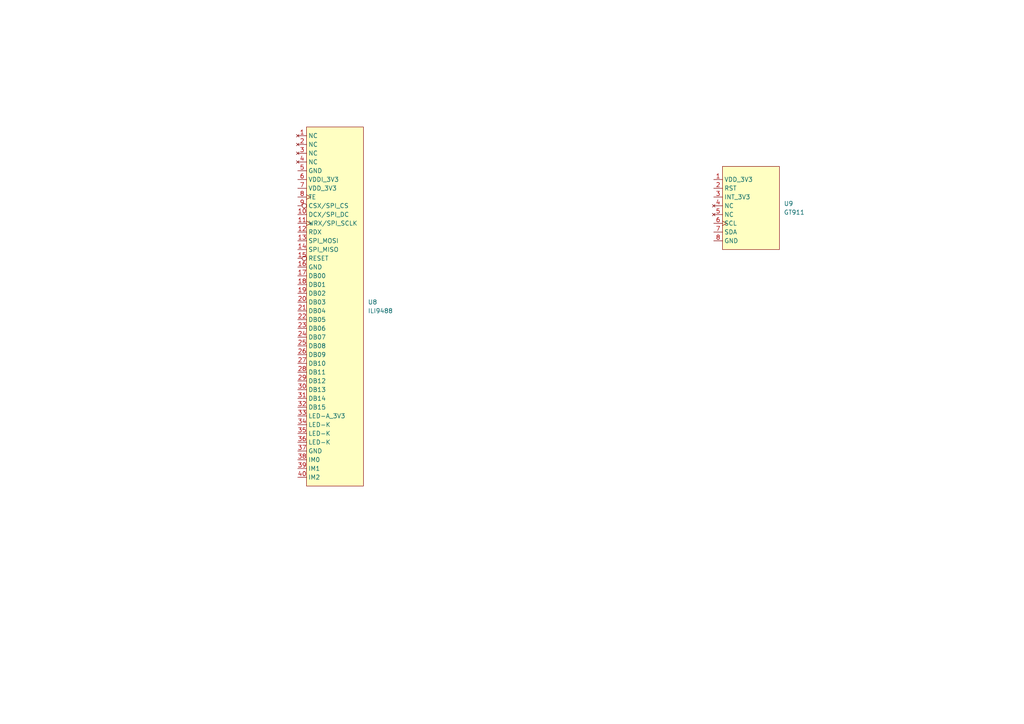
<source format=kicad_sch>
(kicad_sch (version 20230121) (generator eeschema)
  (paper "A4")
  (lib_symbols
    (symbol "screen:GT911"
      (property "Reference" "U" (at 0 -13.97 0))
      (property "Value" "GT911" (at 0 13.97 0))
      (symbol "GT911_0_0"
        (pin power_in line (at -10.16 7.62 0) (length 2.54) (name "VDD_3V3") (number "1"))
        (pin input line (at -10.16 5.08 0) (length 2.54) (name "RST") (number "2"))
        (pin output line (at -10.16 2.54 0) (length 2.54) (name "INT_3V3") (number "3"))
        (pin no_connect line (at -10.16 0 0) (length 2.54) (name "NC") (number "4"))
        (pin no_connect line (at -10.16 -2.54 0) (length 2.54) (name "NC") (number "5"))
        (pin input clock (at -10.16 -5.08 0) (length 2.54) (name "SCL") (number "6"))
        (pin bidirectional line (at -10.16 -7.62 0) (length 2.54) (name "SDA") (number "7"))
        (pin power_in line (at -10.16 -10.16 0) (length 2.54) (name "GND") (number "8"))
      )
      (symbol "GT911_1_1"
        (rectangle (start -7.62 11.43) (end 8.89 -12.7) (fill (type background)))
      )
    )
    (symbol "screen:ILI9488"
      (property "Reference" "U" (at -12.7 33.02 0))
      (property "Value" "ILI9488" (at -12.7 49.53 0))
      (symbol "ILI9488_1_0"
        (pin no_connect line (at -12.7 49.53 0) (length 2.54) (name "NC") (number "1"))
        (pin input line (at -12.7 26.67 0) (length 2.54) (name "DCX/SPI_DC") (number "10"))
        (pin input clock (at -12.7 24.13 0) (length 2.54) (name "WRX/SPI_SCLK") (number "11"))
        (pin input line (at -12.7 21.59 0) (length 2.54) (name "RDX") (number "12"))
        (pin input line (at -12.7 19.05 0) (length 2.54) (name "SPI_MOSI") (number "13"))
        (pin output line (at -12.7 16.51 0) (length 2.54) (name "SPI_MISO") (number "14"))
        (pin input inverted (at -12.7 13.97 0) (length 2.54) (name "RESET") (number "15"))
        (pin power_in line (at -12.7 11.43 0) (length 2.54) (name "GND") (number "16"))
        (pin input line (at -12.7 8.89 0) (length 2.54) (name "DB00") (number "17"))
        (pin input line (at -12.7 6.35 0) (length 2.54) (name "DB01") (number "18"))
        (pin input line (at -12.7 3.81 0) (length 2.54) (name "DB02") (number "19"))
        (pin no_connect line (at -12.7 46.99 0) (length 2.54) (name "NC") (number "2"))
        (pin input line (at -12.7 1.27 0) (length 2.54) (name "DB03") (number "20"))
        (pin input line (at -12.7 -1.27 0) (length 2.54) (name "DB04") (number "21"))
        (pin input line (at -12.7 -3.81 0) (length 2.54) (name "DB05") (number "22"))
        (pin input line (at -12.7 -6.35 0) (length 2.54) (name "DB06") (number "23"))
        (pin input line (at -12.7 -8.89 0) (length 2.54) (name "DB07") (number "24"))
        (pin input line (at -12.7 -11.43 0) (length 2.54) (name "DB08") (number "25"))
        (pin input line (at -12.7 -13.97 0) (length 2.54) (name "DB09") (number "26"))
        (pin input line (at -12.7 -16.51 0) (length 2.54) (name "DB10") (number "27"))
        (pin input line (at -12.7 -19.05 0) (length 2.54) (name "DB11") (number "28"))
        (pin input line (at -12.7 -21.59 0) (length 2.54) (name "DB12") (number "29"))
        (pin no_connect line (at -12.7 44.45 0) (length 2.54) (name "NC") (number "3"))
        (pin input line (at -12.7 -24.13 0) (length 2.54) (name "DB13") (number "30"))
        (pin input line (at -12.7 -26.67 0) (length 2.54) (name "DB14") (number "31"))
        (pin input line (at -12.7 -29.21 0) (length 2.54) (name "DB15") (number "32"))
        (pin power_in line (at -12.7 -31.75 0) (length 2.54) (name "LED-A_3V3") (number "33"))
        (pin power_in line (at -12.7 -34.29 0) (length 2.54) (name "LED-K") (number "34"))
        (pin power_in line (at -12.7 -36.83 0) (length 2.54) (name "LED-K") (number "35"))
        (pin power_in line (at -12.7 -39.37 0) (length 2.54) (name "LED-K") (number "36"))
        (pin power_in line (at -12.7 -41.91 0) (length 2.54) (name "GND") (number "37"))
        (pin input line (at -12.7 -44.45 0) (length 2.54) (name "IM0") (number "38"))
        (pin input line (at -12.7 -46.99 0) (length 2.54) (name "IM1") (number "39"))
        (pin no_connect line (at -12.7 41.91 0) (length 2.54) (name "NC") (number "4"))
        (pin input line (at -12.7 -49.53 0) (length 2.54) (name "IM2") (number "40"))
        (pin power_in line (at -12.7 39.37 0) (length 2.54) (name "GND") (number "5"))
        (pin power_in line (at -12.7 36.83 0) (length 2.54) (name "VDDI_3V3") (number "6"))
        (pin power_in line (at -12.7 34.29 0) (length 2.54) (name "VDD_3V3") (number "7"))
        (pin input clock (at -12.7 31.75 0) (length 2.54) (name "TE") (number "8"))
        (pin input inverted (at -12.7 29.21 0) (length 2.54) (name "CSX/SPI_CS") (number "9"))
      )
      (symbol "ILI9488_1_1"
        (rectangle (start -10.16 52.07) (end 6.35 -52.07) (fill (type background)))
      )
    )
  )
  (symbol (lib_id "screen:GT911") (at 217.17 59.69 0) (unit 1)
    (property "Reference" "U9" (at 227.33 59.055 0) (effects (justify left)))
    (property "Value" "GT911" (at 227.33 61.595 0) (effects (justify left)))
    (property "Footprint" "Connector_FFC-FPC:Hirose_FH12-8S-0.5SH_1x08-1MP_P0.50mm_Horizontal" (effects hide))
  )
  (symbol (lib_id "screen:ILI9488") (at 99.06 88.9 0) (unit 1)
    (property "Reference" "U8" (at 106.68 87.63 0) (effects (justify left)))
    (property "Value" "ILI9488" (at 106.68 90.17 0) (effects (justify left)))
    (property "Footprint" "Connector_FFC-FPC:Hirose_FH12-40S-0.5SH_1x40-1MP_P0.50mm_Horizontal" (effects hide))
  )
)
</source>
